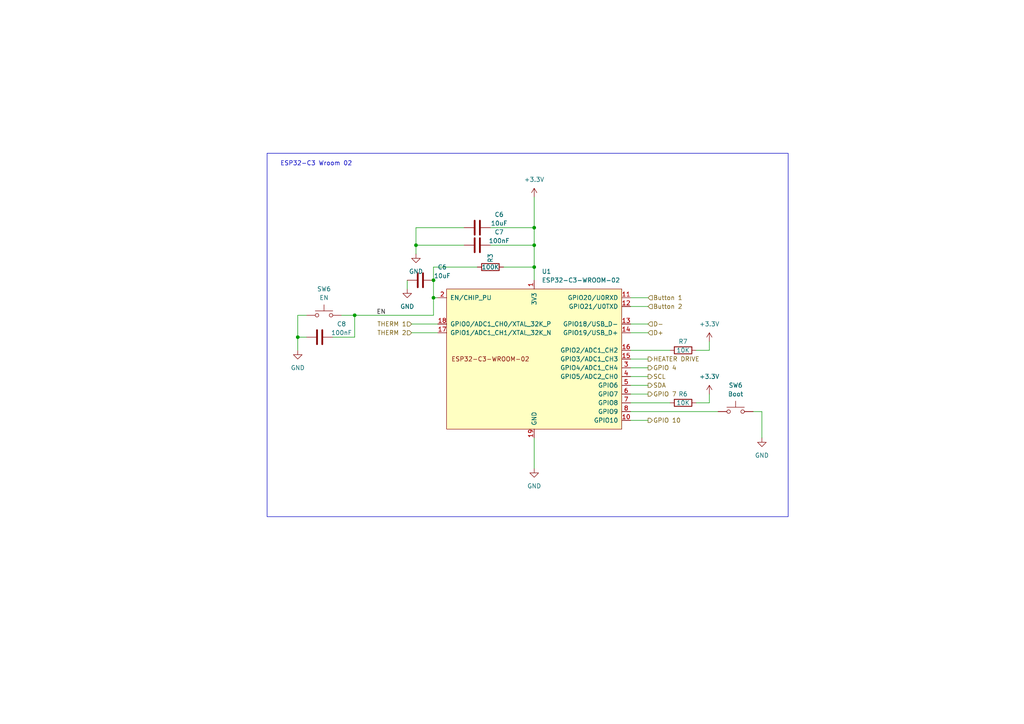
<source format=kicad_sch>
(kicad_sch (version 20230121) (generator eeschema)
  (paper "A4")
  (lib_symbols
    (symbol "Device:C" (pin_numbers hide) (pin_names (offset 0.254))
      (property "Reference" "C" (at 0.635 2.54 0))
      (property "Value" "C" (at 0.635 -2.54 0))
      (symbol "C_0_1"
        (polyline (pts (xy -2.032 -0.762) (xy 2.032 -0.762)) (stroke (width 0.508)))
        (polyline (pts (xy -2.032 0.762) (xy 2.032 0.762)) (stroke (width 0.508)))
      )
      (symbol "C_1_1"
        (pin passive line (at 0 3.81 270) (length 2.794) (name "~") (number "1"))
        (pin passive line (at 0 -3.81 90) (length 2.794) (name "~") (number "2"))
      )
    )
    (symbol "Device:R" (pin_numbers hide) (pin_names (offset 0))
      (property "Reference" "R" (at 2.032 0 90))
      (property "Value" "R" (at 0 0 90))
      (symbol "R_0_1"
        (rectangle (start -1.016 -2.54) (end 1.016 2.54) (stroke (width 0.254)))
      )
      (symbol "R_1_1"
        (pin passive line (at 0 3.81 270) (length 1.27) (name "~") (number "1"))
        (pin passive line (at 0 -3.81 90) (length 1.27) (name "~") (number "2"))
      )
    )
    (symbol "PCM_Espressif:ESP32-C3-WROOM-02" (pin_names (offset 1.016))
      (property "Reference" "U" (at -25.4 25.4 0))
      (property "Value" "ESP32-C3-WROOM-02" (at -25.4 22.86 0))
      (symbol "ESP32-C3-WROOM-02_0_0"
        (text "ESP32-C3-WROOM-02" (at -12.7 0 0) (effects (font (size 1.27 1.27))))
      )
      (symbol "ESP32-C3-WROOM-02_0_1"
        (rectangle (start 25.4 20.32) (end -25.4 -20.32) (fill (type background)))
      )
      (symbol "ESP32-C3-WROOM-02_1_1"
        (pin power_in line (at 0 22.86 270) (length 2.54) (name "3V3") (number "1"))
        (pin bidirectional line (at 27.94 -17.78 180) (length 2.54) (name "GPIO10") (number "10"))
        (pin bidirectional line (at 27.94 17.78 180) (length 2.54) (name "GPIO20/U0RXD") (number "11"))
        (pin bidirectional line (at 27.94 15.24 180) (length 2.54) (name "GPIO21/U0TXD") (number "12"))
        (pin bidirectional line (at 27.94 10.16 180) (length 2.54) (name "GPIO18/USB_D-") (number "13"))
        (pin bidirectional line (at 27.94 7.62 180) (length 2.54) (name "GPIO19/USB_D+") (number "14"))
        (pin bidirectional line (at 27.94 0 180) (length 2.54) (name "GPIO3/ADC1_CH3") (number "15"))
        (pin bidirectional line (at 27.94 2.54 180) (length 2.54) (name "GPIO2/ADC1_CH2") (number "16"))
        (pin bidirectional line (at -27.94 7.62 0) (length 2.54) (name "GPIO1/ADC1_CH1/XTAL_32K_N") (number "17"))
        (pin bidirectional line (at -27.94 10.16 0) (length 2.54) (name "GPIO0/ADC1_CH0/XTAL_32K_P") (number "18"))
        (pin power_in line (at 0 -22.86 90) (length 2.54) (name "GND") (number "19"))
        (pin input line (at -27.94 17.78 0) (length 2.54) (name "EN/CHIP_PU") (number "2"))
        (pin bidirectional line (at 27.94 -2.54 180) (length 2.54) (name "GPIO4/ADC1_CH4") (number "3"))
        (pin bidirectional line (at 27.94 -5.08 180) (length 2.54) (name "GPIO5/ADC2_CH0") (number "4"))
        (pin bidirectional line (at 27.94 -7.62 180) (length 2.54) (name "GPIO6") (number "5"))
        (pin bidirectional line (at 27.94 -10.16 180) (length 2.54) (name "GPIO7") (number "6"))
        (pin bidirectional line (at 27.94 -12.7 180) (length 2.54) (name "GPIO8") (number "7"))
        (pin bidirectional line (at 27.94 -15.24 180) (length 2.54) (name "GPIO9") (number "8"))
        (pin passive line (at 0 -22.86 90) (length 2.54) hide (name "GND") (number "9"))
      )
    )
    (symbol "SW_Push_1" (pin_numbers hide) (pin_names (offset 1.016) hide)
      (property "Reference" "SW6" (at 0 7.62 0))
      (property "Value" "A" (at 0 5.08 0))
      (symbol "SW_Push_1_0_1"
        (circle (center -2.032 0) (radius 0.508))
        (polyline (pts (xy 0 1.27) (xy 0 3.048)))
        (polyline (pts (xy 2.54 1.27) (xy -2.54 1.27)))
        (circle (center 2.032 0) (radius 0.508))
        (pin passive line (at -5.08 0 0) (length 2.54) (name "1") (number "1"))
        (pin passive line (at 5.08 0 180) (length 2.54) (name "2") (number "2"))
      )
    )
    (symbol "power:+3.3V" (power) (pin_names (offset 0))
      (property "Value" "+3.3V" (at 0 3.556 0))
      (symbol "+3.3V_0_1"
        (polyline (pts (xy -0.762 1.27) (xy 0 2.54)))
        (polyline (pts (xy 0 0) (xy 0 2.54)))
        (polyline (pts (xy 0 2.54) (xy 0.762 1.27)))
      )
      (symbol "+3.3V_1_1"
        (pin power_in line (at 0 0 90) (length 0) hide (name "+3.3V") (number "1"))
      )
    )
    (symbol "power:GND" (power) (pin_names (offset 0))
      (property "Value" "GND" (at 0 -3.81 0))
      (symbol "GND_0_1"
        (polyline (pts (xy 0 0) (xy 0 -1.27) (xy 1.27 -1.27) (xy 0 -2.54) (xy -1.27 -1.27) (xy 0 -1.27)))
      )
      (symbol "GND_1_1"
        (pin power_in line (at 0 0 270) (length 0) hide (name "GND") (number "1"))
      )
    )
  )
  (junction (at 86.36 97.79))
  (junction (at 102.87 91.44))
  (junction (at 125.73 81.28))
  (junction (at 154.94 77.47))
  (junction (at 120.65 71.12))
  (junction (at 125.73 86.36))
  (junction (at 154.94 66.04))
  (junction (at 154.94 71.12))
  (wire (pts (xy 201.93 101.6) (xy 205.74 101.6)))
  (wire (pts (xy 182.88 121.92) (xy 187.96 121.92)))
  (wire (pts (xy 218.44 119.38) (xy 220.98 119.38)))
  (wire (pts (xy 119.38 93.98) (xy 127 93.98)))
  (wire (pts (xy 134.62 66.04) (xy 120.65 66.04)))
  (wire (pts (xy 182.88 88.9) (xy 187.96 88.9)))
  (wire (pts (xy 182.88 101.6) (xy 194.31 101.6)))
  (wire (pts (xy 182.88 111.76) (xy 187.96 111.76)))
  (wire (pts (xy 125.73 81.28) (xy 125.73 86.36)))
  (wire (pts (xy 220.98 119.38) (xy 220.98 127)))
  (wire (pts (xy 120.65 71.12) (xy 134.62 71.12)))
  (wire (pts (xy 182.88 114.3) (xy 187.96 114.3)))
  (wire (pts (xy 120.65 71.12) (xy 120.65 73.66)))
  (wire (pts (xy 120.65 66.04) (xy 120.65 71.12)))
  (wire (pts (xy 142.24 71.12) (xy 154.94 71.12)))
  (wire (pts (xy 182.88 106.68) (xy 187.96 106.68)))
  (wire (pts (xy 205.74 101.6) (xy 205.74 99.06)))
  (wire (pts (xy 125.73 91.44) (xy 125.73 86.36)))
  (wire (pts (xy 102.87 91.44) (xy 125.73 91.44)))
  (wire (pts (xy 142.24 66.04) (xy 154.94 66.04)))
  (wire (pts (xy 182.88 116.84) (xy 194.31 116.84)))
  (wire (pts (xy 138.43 77.47) (xy 125.73 77.47)))
  (wire (pts (xy 182.88 104.14) (xy 187.96 104.14)))
  (wire (pts (xy 205.74 116.84) (xy 201.93 116.84)))
  (wire (pts (xy 154.94 77.47) (xy 146.05 77.47)))
  (wire (pts (xy 86.36 97.79) (xy 86.36 101.6)))
  (wire (pts (xy 118.11 81.28) (xy 118.11 83.82)))
  (wire (pts (xy 182.88 119.38) (xy 208.28 119.38)))
  (wire (pts (xy 125.73 86.36) (xy 127 86.36)))
  (wire (pts (xy 86.36 91.44) (xy 86.36 97.79)))
  (wire (pts (xy 154.94 71.12) (xy 154.94 66.04)))
  (wire (pts (xy 154.94 71.12) (xy 154.94 77.47)))
  (wire (pts (xy 182.88 86.36) (xy 187.96 86.36)))
  (wire (pts (xy 125.73 77.47) (xy 125.73 81.28)))
  (wire (pts (xy 154.94 127) (xy 154.94 135.89)))
  (wire (pts (xy 99.06 91.44) (xy 102.87 91.44)))
  (wire (pts (xy 86.36 97.79) (xy 88.9 97.79)))
  (wire (pts (xy 182.88 109.22) (xy 187.96 109.22)))
  (wire (pts (xy 182.88 93.98) (xy 187.96 93.98)))
  (wire (pts (xy 205.74 114.3) (xy 205.74 116.84)))
  (wire (pts (xy 96.52 97.79) (xy 102.87 97.79)))
  (wire (pts (xy 154.94 77.47) (xy 154.94 81.28)))
  (wire (pts (xy 182.88 96.52) (xy 187.96 96.52)))
  (wire (pts (xy 119.38 96.52) (xy 127 96.52)))
  (wire (pts (xy 102.87 97.79) (xy 102.87 91.44)))
  (wire (pts (xy 154.94 66.04) (xy 154.94 57.15)))
  (wire (pts (xy 88.9 91.44) (xy 86.36 91.44)))
  (rectangle (start 77.47 44.45) (end 228.6 149.86))
  (text "ESP32-C3 Wroom 02" (at 81.28 48.26 0) (effects (font (size 1.27 1.27)) (justify left bottom)))
  (label "EN" (at 109.22 91.44 0))
  (hierarchical_label "D-" (shape input) (at 187.96 93.98 0))
  (hierarchical_label "THERM 2" (shape input) (at 119.38 96.52 180))
  (hierarchical_label "HEATER DRIVE" (shape output) (at 187.96 104.14 0))
  (hierarchical_label "GPIO 4" (shape output) (at 187.96 106.68 0))
  (hierarchical_label "Button 1" (shape input) (at 187.96 86.36 0))
  (hierarchical_label "SCL" (shape output) (at 187.96 109.22 0))
  (hierarchical_label "SDA" (shape output) (at 187.96 111.76 0))
  (hierarchical_label "GPIO 7" (shape output) (at 187.96 114.3 0))
  (hierarchical_label "D+" (shape input) (at 187.96 96.52 0))
  (hierarchical_label "THERM 1" (shape input) (at 119.38 93.98 180))
  (hierarchical_label "Button 2" (shape input) (at 187.96 88.9 0))
  (hierarchical_label "GPIO 10" (shape output) (at 187.96 121.92 0))
  (symbol (lib_id "power:GND") (at 118.11 83.82 0) (unit 1)
    (property "Reference" "#PWR023" (effects hide))
    (property "Value" "GND" (at 118.11 88.9 0))
    (instances (project "Business Card PCB Hot Plate" (path "" (reference "#PWR023") (unit 1)) (path "" (reference "#PWR020") (unit 1))))
  )
  (symbol (lib_id "Device:C") (at 121.92 81.28 90) (unit 1)
    (property "Reference" "C6" (at 128.27 77.47 90))
    (property "Value" "10uF" (at 128.27 80.01 90))
    (property "Footprint" "Capacitor_SMD:C_0402_1005Metric" (effects hide))
    (property "LCSC" "C15525" (effects hide))
  )
  (symbol (lib_id "power:GND") (at 154.94 135.89 0) (unit 1)
    (property "Reference" "#PWR020" (effects hide))
    (property "Value" "GND" (at 154.94 140.97 0))
    (instances (project "Business Card PCB Hot Plate" (path "" (reference "#PWR020") (unit 1)) (path "" (reference "#PWR049") (unit 1))))
  )
  (symbol (lib_id "Device:C") (at 138.43 66.04 90) (unit 1)
    (property "Reference" "C6" (at 144.78 62.23 90))
    (property "Value" "10uF" (at 144.78 64.77 90))
    (property "Footprint" "Capacitor_SMD:C_0402_1005Metric" (effects hide))
    (property "LCSC" "C15525" (effects hide))
    (instances (project "Business Card PCB Hot Plate" (path "" (reference "C6") (unit 1)) (path "" (reference "C12") (unit 1))))
  )
  (symbol (lib_id "power:+3.3V") (at 205.74 99.06 0) (unit 1)
    (property "Reference" "#PWR019" (effects hide))
    (property "Value" "+3.3V" (at 205.74 93.98 0))
    (instances (project "Business Card PCB Hot Plate" (path "" (reference "#PWR019") (unit 1)) (path "" (reference "#PWR050") (unit 1))))
  )
  (symbol (lib_id "power:GND") (at 86.36 101.6 0) (unit 1)
    (property "Reference" "#PWR025" (effects hide))
    (property "Value" "GND" (at 86.36 106.68 0))
    (instances (project "Business Card PCB Hot Plate" (path "" (reference "#PWR025") (unit 1)) (path "" (reference "#PWR046") (unit 1))))
  )
  (symbol (lib_id "Device:C") (at 92.71 97.79 90) (unit 1)
    (property "Reference" "C8" (at 99.06 93.98 90))
    (property "Value" "100nF" (at 99.06 96.52 90))
    (property "Footprint" "Capacitor_SMD:C_0402_1005Metric" (effects hide))
    (property "LCSC" "C1525" (effects hide))
    (instances (project "Business Card PCB Hot Plate" (path "" (reference "C8") (unit 1)) (path "" (reference "C11") (unit 1))))
  )
  (symbol (lib_id "power:GND") (at 220.98 127 0) (unit 1)
    (property "Reference" "#PWR021" (effects hide))
    (property "Value" "GND" (at 220.98 132.08 0))
    (instances (project "Business Card PCB Hot Plate" (path "" (reference "#PWR021") (unit 1)) (path "" (reference "#PWR052") (unit 1))))
  )
  (symbol (lib_id "Device:R") (at 142.24 77.47 90) (unit 1)
    (property "Reference" "R3" (at 142.24 76.2 0) (effects (justify left)))
    (property "Value" "100K" (at 144.78 77.47 90) (effects (justify left)))
    (property "Footprint" "Resistor_SMD:R_0402_1005Metric" (effects hide))
    (property "LCSC" "C25741" (effects hide))
    (instances (project "Business Card PCB Hot Plate" (path "" (reference "R3") (unit 1)) (path "" (reference "R6") (unit 1))))
  )
  (symbol (lib_id "power:+3.3V") (at 205.74 114.3 0) (unit 1)
    (property "Reference" "#PWR022" (effects hide))
    (property "Value" "+3.3V" (at 205.74 109.22 0))
    (instances (project "Business Card PCB Hot Plate" (path "" (reference "#PWR022") (unit 1)) (path "" (reference "#PWR051") (unit 1))))
  )
  (symbol (lib_name "SW_Push_1") (lib_id "Switch:SW_Push") (at 93.98 91.44 0) (unit 1) (in_bom no)
    (property "Reference" "SW6" (at 93.98 83.82 0))
    (property "Value" "EN" (at 93.98 86.36 0))
    (property "Footprint" "Button_Switch_SMD:SW_Push_SPST_NO_Alps_SKRK" (effects hide))
    (property "LCSC Part Number" "C455280" (effects hide))
    (property "LCSC" "C455280" (effects hide))
    (instances (project "Wii_remote" (path "" (reference "SW6") (unit 1)) (path "" (reference "SW1") (unit 1))) (project "Open Mote gen 2.1" (path "" (reference "SW1") (unit 1))) (project "Open Mote Gen 2.2" (path "" (reference "SW1") (unit 1))) (project "Business Card PCB Hot Plate" (path "" (reference "SW1") (unit 1)) (path "" (reference "SW5") (unit 1))) (project "Testbed for wii remote" (path "" (reference "SW1") (unit 1))))
  )
  (symbol (lib_id "power:GND") (at 120.65 73.66 0) (unit 1)
    (property "Reference" "#PWR023" (effects hide))
    (property "Value" "GND" (at 120.65 78.74 0))
    (instances (project "Business Card PCB Hot Plate" (path "" (reference "#PWR023") (unit 1)) (path "" (reference "#PWR019") (unit 1))))
  )
  (symbol (lib_name "SW_Push_1") (lib_id "Switch:SW_Push") (at 213.36 119.38 0) (unit 1) (in_bom no)
    (property "Reference" "SW6" (at 213.36 111.76 0))
    (property "Value" "Boot" (at 213.36 114.3 0))
    (property "Footprint" "Button_Switch_SMD:SW_Push_SPST_NO_Alps_SKRK" (effects hide))
    (property "LCSC Part Number" "C455280" (effects hide))
    (property "LCSC" "C455280" (effects hide))
    (instances (project "Wii_remote" (path "" (reference "SW6") (unit 1)) (path "" (reference "SW1") (unit 1))) (project "Open Mote gen 2.1" (path "" (reference "SW1") (unit 1))) (project "Open Mote Gen 2.2" (path "" (reference "SW1") (unit 1))) (project "Business Card PCB Hot Plate" (path "" (reference "SW2") (unit 1)) (path "" (reference "SW6") (unit 1))) (project "Testbed for wii remote" (path "" (reference "SW1") (unit 1))))
  )
  (symbol (lib_id "power:+3.3V") (at 154.94 57.15 0) (unit 1)
    (property "Reference" "#PWR024" (effects hide))
    (property "Value" "+3.3V" (at 154.94 52.07 0))
    (instances (project "Business Card PCB Hot Plate" (path "" (reference "#PWR024") (unit 1)) (path "" (reference "#PWR048") (unit 1))))
  )
  (symbol (lib_id "Device:C") (at 138.43 71.12 90) (unit 1)
    (property "Reference" "C7" (at 144.78 67.31 90))
    (property "Value" "100nF" (at 144.78 69.85 90))
    (property "Footprint" "Capacitor_SMD:C_0402_1005Metric" (effects hide))
    (property "LCSC" "C1525" (effects hide))
    (instances (project "Business Card PCB Hot Plate" (path "" (reference "C7") (unit 1)) (path "" (reference "C13") (unit 1))))
  )
  (symbol (lib_id "Device:R") (at 198.12 101.6 90) (unit 1)
    (property "Reference" "R7" (at 198.12 99.06 90))
    (property "Value" "10K" (at 198.12 101.6 90))
    (property "Footprint" "Resistor_SMD:R_0402_1005Metric" (effects hide))
    (property "LCSC" "C25744" (effects hide))
    (instances (project "Business Card PCB Hot Plate" (path "" (reference "R7") (unit 1)) (path "" (reference "R16") (unit 1))))
  )
  (symbol (lib_id "PCM_Espressif:ESP32-C3-WROOM-02") (at 154.94 104.14 0) (unit 1)
    (property "Reference" "U1" (at 157.1341 78.74 0) (effects (justify left)))
    (property "Value" "ESP32-C3-WROOM-02" (at 157.1341 81.28 0) (effects (justify left)))
    (property "Footprint" "PCM_Espressif:ESP32-C3-WROOM-02" (effects hide))
    (property "Datasheet" "https://www.espressif.com/sites/default/files/documentation/esp32-c3-wroom-02_datasheet_en.pdf" (effects hide))
    (property "LCSC" "C2934560" (effects hide))
    (instances (project "Business Card PCB Hot Plate" (path "" (reference "U1") (unit 1)) (path "" (reference "U5") (unit 1))))
  )
  (symbol (lib_id "Device:R") (at 198.12 116.84 90) (unit 1)
    (property "Reference" "R6" (at 198.12 114.3 90))
    (property "Value" "10K" (at 198.12 116.84 90))
    (property "Footprint" "Resistor_SMD:R_0402_1005Metric" (effects hide))
    (property "LCSC" "C25744" (effects hide))
    (instances (project "Business Card PCB Hot Plate" (path "" (reference "R6") (unit 1)) (path "" (reference "R17") (unit 1))))
  )
)
</source>
